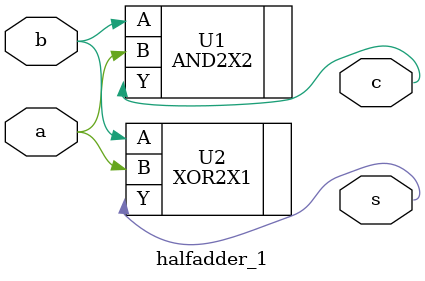
<source format=v>
module halfadder_1 ( s, c, a, b );
  input a, b;
  output s, c;


  AND2X2 U1 ( .A(b), .B(a), .Y(c) );
  XOR2X1 U2 ( .A(b), .B(a), .Y(s) );
endmodule

</source>
